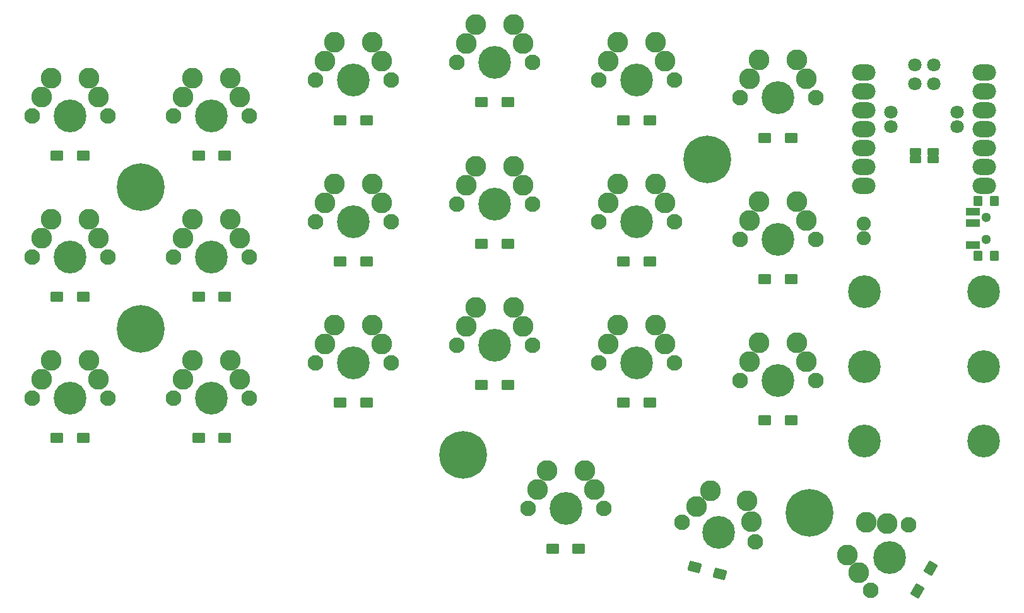
<source format=gbr>
G04 #@! TF.GenerationSoftware,KiCad,Pcbnew,7.0.8*
G04 #@! TF.CreationDate,2023-10-24T16:55:22+02:00*
G04 #@! TF.ProjectId,corne-chocolate,636f726e-652d-4636-986f-636f6c617465,2.1*
G04 #@! TF.SameCoordinates,Original*
G04 #@! TF.FileFunction,Soldermask,Top*
G04 #@! TF.FilePolarity,Negative*
%FSLAX46Y46*%
G04 Gerber Fmt 4.6, Leading zero omitted, Abs format (unit mm)*
G04 Created by KiCad (PCBNEW 7.0.8) date 2023-10-24 16:55:22*
%MOMM*%
%LPD*%
G01*
G04 APERTURE LIST*
G04 Aperture macros list*
%AMRoundRect*
0 Rectangle with rounded corners*
0 $1 Rounding radius*
0 $2 $3 $4 $5 $6 $7 $8 $9 X,Y pos of 4 corners*
0 Add a 4 corners polygon primitive as box body*
4,1,4,$2,$3,$4,$5,$6,$7,$8,$9,$2,$3,0*
0 Add four circle primitives for the rounded corners*
1,1,$1+$1,$2,$3*
1,1,$1+$1,$4,$5*
1,1,$1+$1,$6,$7*
1,1,$1+$1,$8,$9*
0 Add four rect primitives between the rounded corners*
20,1,$1+$1,$2,$3,$4,$5,0*
20,1,$1+$1,$4,$5,$6,$7,0*
20,1,$1+$1,$6,$7,$8,$9,0*
20,1,$1+$1,$8,$9,$2,$3,0*%
G04 Aperture macros list end*
%ADD10RoundRect,0.200000X-0.650000X-0.475000X0.650000X-0.475000X0.650000X0.475000X-0.650000X0.475000X0*%
%ADD11RoundRect,0.200000X-0.750791X-0.290582X0.504913X-0.627047X0.750791X0.290582X-0.504913X0.627047X0*%
%ADD12RoundRect,0.200000X0.086362X-0.800417X0.736362X0.325417X-0.086362X0.800417X-0.736362X-0.325417X0*%
%ADD13C,2.100000*%
%ADD14C,4.400000*%
%ADD15C,2.800000*%
%ADD16C,6.400000*%
%ADD17C,1.900000*%
%ADD18RoundRect,0.200000X0.400000X-0.500000X0.400000X0.500000X-0.400000X0.500000X-0.400000X-0.500000X0*%
%ADD19C,1.300000*%
%ADD20RoundRect,0.200000X0.750000X-0.350000X0.750000X0.350000X-0.750000X0.350000X-0.750000X-0.350000X0*%
%ADD21RoundRect,0.200000X-0.571500X0.317500X-0.571500X-0.317500X0.571500X-0.317500X0.571500X0.317500X0*%
%ADD22O,3.150000X2.200000*%
%ADD23C,1.797000*%
G04 APERTURE END LIST*
D10*
X87225000Y-82468750D03*
X90775000Y-82468750D03*
X106225000Y-77718750D03*
X109775000Y-77718750D03*
X125225000Y-75343750D03*
X128775000Y-75343750D03*
X144225000Y-77718750D03*
X147775000Y-77718750D03*
X163225000Y-80093750D03*
X166775000Y-80093750D03*
X87225000Y-101468750D03*
X90775000Y-101468750D03*
X106225000Y-96718750D03*
X109775000Y-96718750D03*
X125225000Y-94343750D03*
X128775000Y-94343750D03*
X144225000Y-96718750D03*
X147775000Y-96718750D03*
X163225000Y-99093750D03*
X166775000Y-99093750D03*
X87225000Y-120468750D03*
X90775000Y-120468750D03*
X106225000Y-115718750D03*
X109775000Y-115718750D03*
X125225000Y-113343750D03*
X128775000Y-113343750D03*
X144225000Y-115718750D03*
X147775000Y-115718750D03*
X163225000Y-118093750D03*
X166775000Y-118093750D03*
X134725000Y-135312500D03*
X138275000Y-135312500D03*
D11*
X153785482Y-137821846D03*
X157214518Y-138740654D03*
D12*
X183706250Y-141005945D03*
X185481250Y-137931555D03*
D13*
X83920000Y-77125000D03*
D14*
X89000000Y-77125000D03*
D13*
X94080000Y-77125000D03*
D15*
X85190000Y-74585000D03*
X86460000Y-72045000D03*
X91540000Y-72045000D03*
X92810000Y-74585000D03*
D13*
X102920000Y-72375000D03*
D14*
X108000000Y-72375000D03*
D13*
X113080000Y-72375000D03*
D15*
X104190000Y-69835000D03*
X105460000Y-67295000D03*
X110540000Y-67295000D03*
X111810000Y-69835000D03*
D13*
X121920000Y-70000000D03*
D14*
X127000000Y-70000000D03*
D13*
X132080000Y-70000000D03*
D15*
X123190000Y-67460000D03*
X124460000Y-64920000D03*
X129540000Y-64920000D03*
X130810000Y-67460000D03*
D13*
X140920000Y-72375000D03*
D14*
X146000000Y-72375000D03*
D13*
X151080000Y-72375000D03*
D15*
X142190000Y-69835000D03*
X143460000Y-67295000D03*
X148540000Y-67295000D03*
X149810000Y-69835000D03*
D13*
X159920000Y-74750000D03*
D14*
X165000000Y-74750000D03*
D13*
X170080000Y-74750000D03*
D15*
X161190000Y-72210000D03*
X162460000Y-69670000D03*
X167540000Y-69670000D03*
X168810000Y-72210000D03*
D13*
X83920000Y-96125000D03*
D14*
X89000000Y-96125000D03*
D13*
X94080000Y-96125000D03*
D15*
X85190000Y-93585000D03*
X86460000Y-91045000D03*
X91540000Y-91045000D03*
X92810000Y-93585000D03*
D13*
X102920000Y-91375000D03*
D14*
X108000000Y-91375000D03*
D13*
X113080000Y-91375000D03*
D15*
X104190000Y-88835000D03*
X105460000Y-86295000D03*
X110540000Y-86295000D03*
X111810000Y-88835000D03*
D13*
X121920000Y-89000000D03*
D14*
X127000000Y-89000000D03*
D13*
X132080000Y-89000000D03*
D15*
X123190000Y-86460000D03*
X124460000Y-83920000D03*
X129540000Y-83920000D03*
X130810000Y-86460000D03*
D13*
X140920000Y-91375000D03*
D14*
X146000000Y-91375000D03*
D13*
X151080000Y-91375000D03*
D15*
X142190000Y-88835000D03*
X143460000Y-86295000D03*
X148540000Y-86295000D03*
X149810000Y-88835000D03*
D13*
X159920000Y-93750000D03*
D14*
X165000000Y-93750000D03*
D13*
X170080000Y-93750000D03*
D15*
X161190000Y-91210000D03*
X162460000Y-88670000D03*
X167540000Y-88670000D03*
X168810000Y-91210000D03*
D13*
X83920000Y-115125000D03*
D14*
X89000000Y-115125000D03*
D13*
X94080000Y-115125000D03*
D15*
X85190000Y-112585000D03*
X86460000Y-110045000D03*
X91540000Y-110045000D03*
X92810000Y-112585000D03*
D13*
X102920000Y-110375000D03*
D14*
X108000000Y-110375000D03*
D13*
X113080000Y-110375000D03*
D15*
X104190000Y-107835000D03*
X105460000Y-105295000D03*
X110540000Y-105295000D03*
X111810000Y-107835000D03*
D13*
X121920000Y-108000000D03*
D14*
X127000000Y-108000000D03*
D13*
X132080000Y-108000000D03*
D15*
X123190000Y-105460000D03*
X124460000Y-102920000D03*
X129540000Y-102920000D03*
X130810000Y-105460000D03*
D13*
X140920000Y-110375000D03*
D14*
X146000000Y-110375000D03*
D13*
X151080000Y-110375000D03*
D15*
X142190000Y-107835000D03*
X143460000Y-105295000D03*
X148540000Y-105295000D03*
X149810000Y-107835000D03*
D13*
X159920000Y-112750000D03*
D14*
X165000000Y-112750000D03*
D13*
X170080000Y-112750000D03*
D15*
X161190000Y-110210000D03*
X162460000Y-107670000D03*
X167540000Y-107670000D03*
X168810000Y-110210000D03*
D13*
X131420000Y-129937500D03*
D14*
X136500000Y-129937500D03*
D13*
X141580000Y-129937500D03*
D15*
X132690000Y-127397500D03*
X133960000Y-124857500D03*
X139040000Y-124857500D03*
X140310000Y-127397500D03*
D13*
X152155597Y-131810199D03*
D14*
X157062500Y-133125000D03*
D13*
X161969403Y-134439801D03*
D15*
X154039723Y-129685448D03*
X155923849Y-127560696D03*
X160830752Y-128875497D03*
X161400078Y-131657649D03*
D13*
X177397500Y-140899409D03*
D14*
X179937500Y-136500000D03*
D13*
X182477500Y-132100591D03*
D15*
X175832795Y-138529557D03*
X174268091Y-136159705D03*
X176808091Y-131760295D03*
X179642795Y-131930443D03*
D14*
X176593752Y-110828003D03*
D16*
X169250000Y-130500032D03*
D17*
X176500000Y-93625000D03*
D16*
X155510000Y-83000000D03*
D10*
X68225000Y-101468750D03*
X71775000Y-101468750D03*
D13*
X64920000Y-96125000D03*
D14*
X70000000Y-96125000D03*
D13*
X75080000Y-96125000D03*
D15*
X66190000Y-93585000D03*
X67460000Y-91045000D03*
X72540000Y-91045000D03*
X73810000Y-93585000D03*
D14*
X192593752Y-120828003D03*
D16*
X79510000Y-86750000D03*
D14*
X192593752Y-110828003D03*
D18*
X191790000Y-95925000D03*
X194000000Y-95925000D03*
D19*
X192900000Y-93775000D03*
X192900000Y-90775000D03*
D18*
X191790000Y-88625000D03*
X194000000Y-88625000D03*
D20*
X191140000Y-94525000D03*
X191140000Y-91525000D03*
X191140000Y-90025000D03*
D16*
X122750000Y-122750000D03*
D13*
X64920000Y-77125000D03*
D14*
X70000000Y-77125000D03*
D13*
X75080000Y-77125000D03*
D15*
X66190000Y-74585000D03*
X67460000Y-72045000D03*
X72540000Y-72045000D03*
X73810000Y-74585000D03*
D13*
X64920000Y-115125000D03*
D14*
X70000000Y-115125000D03*
D13*
X75080000Y-115125000D03*
D15*
X66190000Y-112585000D03*
X67460000Y-110045000D03*
X72540000Y-110045000D03*
X73810000Y-112585000D03*
D14*
X176593752Y-120828003D03*
D10*
X68225000Y-120468750D03*
X71775000Y-120468750D03*
D14*
X176593752Y-100828003D03*
D17*
X176500000Y-91625000D03*
D10*
X68225000Y-82468750D03*
X71775000Y-82468750D03*
D21*
X183406250Y-81968370D03*
X183406250Y-82969130D03*
D16*
X79510000Y-105750000D03*
D14*
X192593752Y-100828003D03*
D22*
X176498750Y-71286250D03*
X176498750Y-73826250D03*
X176498750Y-76366250D03*
X176498750Y-78906250D03*
X176498750Y-81446250D03*
X176498750Y-83986250D03*
X176498750Y-86526250D03*
X192688750Y-86526250D03*
X192688750Y-83986250D03*
X192688750Y-81446250D03*
X192688750Y-78906250D03*
X192688750Y-76366250D03*
X192688750Y-73826250D03*
X192688750Y-71286250D03*
D23*
X183323750Y-70334250D03*
X185863750Y-70334250D03*
X183323750Y-72874250D03*
X185863750Y-72874250D03*
X180148750Y-78589250D03*
X189038750Y-78589250D03*
X180148750Y-76684250D03*
X189038750Y-76684250D03*
D21*
X185781250Y-81968370D03*
X185781250Y-82969130D03*
D19*
X192900000Y-90775000D03*
X192900000Y-93775000D03*
M02*

</source>
